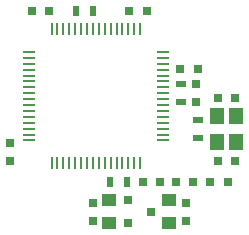
<source format=gbr>
G04 #@! TF.FileFunction,Paste,Top*
%FSLAX46Y46*%
G04 Gerber Fmt 4.6, Leading zero omitted, Abs format (unit mm)*
G04 Created by KiCad (PCBNEW 4.0.2-stable) date 2016年09月17日 星期六 10:25:48*
%MOMM*%
G01*
G04 APERTURE LIST*
%ADD10C,0.100000*%
%ADD11R,1.250000X1.000000*%
%ADD12R,0.750000X0.800000*%
%ADD13R,0.800000X0.750000*%
%ADD14R,0.500000X0.900000*%
%ADD15R,0.900000X0.500000*%
%ADD16R,0.800100X0.800100*%
%ADD17R,1.000000X0.250000*%
%ADD18R,0.250000X1.000000*%
%ADD19R,1.200000X1.400000*%
G04 APERTURE END LIST*
D10*
D11*
X150368000Y-97520000D03*
X150368000Y-95520000D03*
X145288000Y-97520000D03*
X145288000Y-95520000D03*
D12*
X151765000Y-95770000D03*
X151765000Y-97270000D03*
X143891000Y-95770000D03*
X143891000Y-97270000D03*
D13*
X148094000Y-93980000D03*
X149594000Y-93980000D03*
X154444000Y-86868000D03*
X155944000Y-86868000D03*
X155944000Y-92202000D03*
X154444000Y-92202000D03*
X153809000Y-93980000D03*
X155309000Y-93980000D03*
D12*
X152654000Y-87237000D03*
X152654000Y-85737000D03*
D13*
X151269000Y-84455000D03*
X152769000Y-84455000D03*
X152388000Y-93980000D03*
X150888000Y-93980000D03*
D12*
X136906000Y-90690000D03*
X136906000Y-92190000D03*
D13*
X146951000Y-79565500D03*
X148451000Y-79565500D03*
X140196000Y-79502000D03*
X138696000Y-79502000D03*
D14*
X143942500Y-79502000D03*
X142442500Y-79502000D03*
X146800000Y-93980000D03*
X145300000Y-93980000D03*
D15*
X152781000Y-88785000D03*
X152781000Y-90285000D03*
X151384000Y-85737000D03*
X151384000Y-87237000D03*
D16*
X146827240Y-95570000D03*
X146827240Y-97470000D03*
X148826220Y-96520000D03*
D17*
X149845000Y-90491000D03*
X149845000Y-89991000D03*
X149845000Y-89491000D03*
X149845000Y-88991000D03*
X149845000Y-88491000D03*
X149845000Y-87991000D03*
X149845000Y-87491000D03*
X149845000Y-86991000D03*
X149845000Y-86491000D03*
X149845000Y-85991000D03*
X149845000Y-85491000D03*
X149845000Y-84991000D03*
X149845000Y-84491000D03*
X149845000Y-83991000D03*
X149845000Y-83491000D03*
X149845000Y-82991000D03*
D18*
X147895000Y-81041000D03*
X147395000Y-81041000D03*
X146895000Y-81041000D03*
X146395000Y-81041000D03*
X145895000Y-81041000D03*
X145395000Y-81041000D03*
X144895000Y-81041000D03*
X144395000Y-81041000D03*
X143895000Y-81041000D03*
X143395000Y-81041000D03*
X142895000Y-81041000D03*
X142395000Y-81041000D03*
X141895000Y-81041000D03*
X141395000Y-81041000D03*
X140895000Y-81041000D03*
X140395000Y-81041000D03*
D17*
X138445000Y-82991000D03*
X138445000Y-83491000D03*
X138445000Y-83991000D03*
X138445000Y-84491000D03*
X138445000Y-84991000D03*
X138445000Y-85491000D03*
X138445000Y-85991000D03*
X138445000Y-86491000D03*
X138445000Y-86991000D03*
X138445000Y-87491000D03*
X138445000Y-87991000D03*
X138445000Y-88491000D03*
X138445000Y-88991000D03*
X138445000Y-89491000D03*
X138445000Y-89991000D03*
X138445000Y-90491000D03*
D18*
X140395000Y-92441000D03*
X140895000Y-92441000D03*
X141395000Y-92441000D03*
X141895000Y-92441000D03*
X142395000Y-92441000D03*
X142895000Y-92441000D03*
X143395000Y-92441000D03*
X143895000Y-92441000D03*
X144395000Y-92441000D03*
X144895000Y-92441000D03*
X145395000Y-92441000D03*
X145895000Y-92441000D03*
X146395000Y-92441000D03*
X146895000Y-92441000D03*
X147395000Y-92441000D03*
X147895000Y-92441000D03*
D19*
X154394000Y-88435000D03*
X154394000Y-90635000D03*
X155994000Y-88435000D03*
X155994000Y-90635000D03*
M02*

</source>
